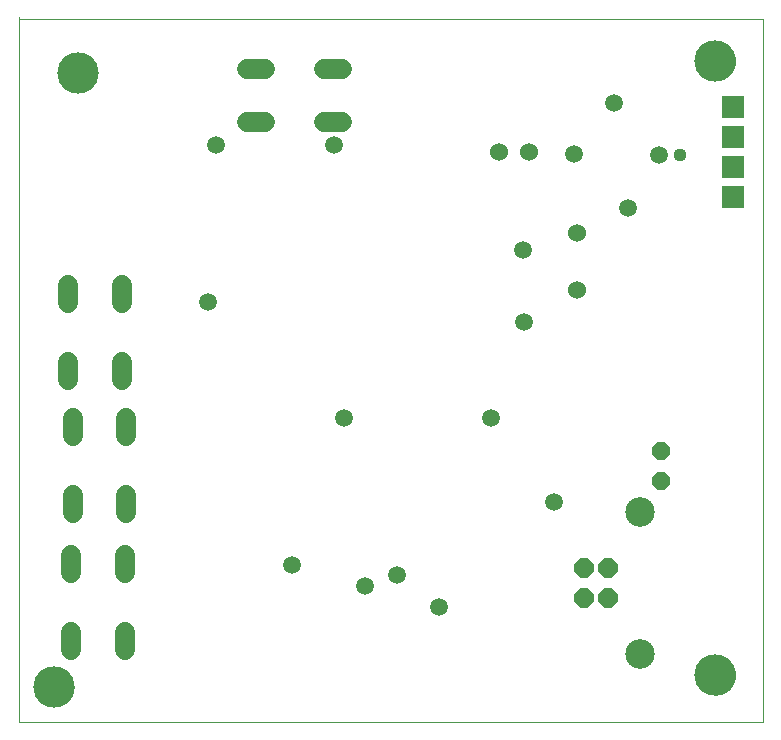
<source format=gbr>
G04 EAGLE Gerber RS-274X export*
G75*
%MOMM*%
%FSLAX34Y34*%
%LPD*%
%INSoldermask Bottom*%
%IPPOS*%
%AMOC8*
5,1,8,0,0,1.08239X$1,22.5*%
G01*
%ADD10C,0.000000*%
%ADD11C,3.503200*%
%ADD12C,1.727200*%
%ADD13P,1.649562X8X292.500000*%
%ADD14C,1.524000*%
%ADD15P,1.798066X8X112.500000*%
%ADD16C,2.503200*%
%ADD17R,1.908300X1.908300*%
%ADD18C,1.503200*%
%ADD19C,1.109600*%


D10*
X0Y0D02*
X629920Y0D01*
X0Y595630D02*
X0Y596900D01*
X33500Y550000D02*
X33505Y550405D01*
X33520Y550810D01*
X33545Y551214D01*
X33579Y551617D01*
X33624Y552020D01*
X33679Y552421D01*
X33743Y552821D01*
X33817Y553219D01*
X33901Y553615D01*
X33994Y554009D01*
X34098Y554401D01*
X34210Y554790D01*
X34333Y555176D01*
X34465Y555559D01*
X34606Y555938D01*
X34756Y556314D01*
X34916Y556686D01*
X35084Y557055D01*
X35262Y557419D01*
X35448Y557778D01*
X35644Y558133D01*
X35847Y558483D01*
X36060Y558827D01*
X36281Y559167D01*
X36510Y559501D01*
X36747Y559829D01*
X36992Y560151D01*
X37245Y560467D01*
X37506Y560777D01*
X37774Y561081D01*
X38050Y561377D01*
X38333Y561667D01*
X38623Y561950D01*
X38919Y562226D01*
X39223Y562494D01*
X39533Y562755D01*
X39849Y563008D01*
X40171Y563253D01*
X40499Y563490D01*
X40833Y563719D01*
X41173Y563940D01*
X41517Y564153D01*
X41867Y564356D01*
X42222Y564552D01*
X42581Y564738D01*
X42945Y564916D01*
X43314Y565084D01*
X43686Y565244D01*
X44062Y565394D01*
X44441Y565535D01*
X44824Y565667D01*
X45210Y565790D01*
X45599Y565902D01*
X45991Y566006D01*
X46385Y566099D01*
X46781Y566183D01*
X47179Y566257D01*
X47579Y566321D01*
X47980Y566376D01*
X48383Y566421D01*
X48786Y566455D01*
X49190Y566480D01*
X49595Y566495D01*
X50000Y566500D01*
X50405Y566495D01*
X50810Y566480D01*
X51214Y566455D01*
X51617Y566421D01*
X52020Y566376D01*
X52421Y566321D01*
X52821Y566257D01*
X53219Y566183D01*
X53615Y566099D01*
X54009Y566006D01*
X54401Y565902D01*
X54790Y565790D01*
X55176Y565667D01*
X55559Y565535D01*
X55938Y565394D01*
X56314Y565244D01*
X56686Y565084D01*
X57055Y564916D01*
X57419Y564738D01*
X57778Y564552D01*
X58133Y564356D01*
X58483Y564153D01*
X58827Y563940D01*
X59167Y563719D01*
X59501Y563490D01*
X59829Y563253D01*
X60151Y563008D01*
X60467Y562755D01*
X60777Y562494D01*
X61081Y562226D01*
X61377Y561950D01*
X61667Y561667D01*
X61950Y561377D01*
X62226Y561081D01*
X62494Y560777D01*
X62755Y560467D01*
X63008Y560151D01*
X63253Y559829D01*
X63490Y559501D01*
X63719Y559167D01*
X63940Y558827D01*
X64153Y558483D01*
X64356Y558133D01*
X64552Y557778D01*
X64738Y557419D01*
X64916Y557055D01*
X65084Y556686D01*
X65244Y556314D01*
X65394Y555938D01*
X65535Y555559D01*
X65667Y555176D01*
X65790Y554790D01*
X65902Y554401D01*
X66006Y554009D01*
X66099Y553615D01*
X66183Y553219D01*
X66257Y552821D01*
X66321Y552421D01*
X66376Y552020D01*
X66421Y551617D01*
X66455Y551214D01*
X66480Y550810D01*
X66495Y550405D01*
X66500Y550000D01*
X66495Y549595D01*
X66480Y549190D01*
X66455Y548786D01*
X66421Y548383D01*
X66376Y547980D01*
X66321Y547579D01*
X66257Y547179D01*
X66183Y546781D01*
X66099Y546385D01*
X66006Y545991D01*
X65902Y545599D01*
X65790Y545210D01*
X65667Y544824D01*
X65535Y544441D01*
X65394Y544062D01*
X65244Y543686D01*
X65084Y543314D01*
X64916Y542945D01*
X64738Y542581D01*
X64552Y542222D01*
X64356Y541867D01*
X64153Y541517D01*
X63940Y541173D01*
X63719Y540833D01*
X63490Y540499D01*
X63253Y540171D01*
X63008Y539849D01*
X62755Y539533D01*
X62494Y539223D01*
X62226Y538919D01*
X61950Y538623D01*
X61667Y538333D01*
X61377Y538050D01*
X61081Y537774D01*
X60777Y537506D01*
X60467Y537245D01*
X60151Y536992D01*
X59829Y536747D01*
X59501Y536510D01*
X59167Y536281D01*
X58827Y536060D01*
X58483Y535847D01*
X58133Y535644D01*
X57778Y535448D01*
X57419Y535262D01*
X57055Y535084D01*
X56686Y534916D01*
X56314Y534756D01*
X55938Y534606D01*
X55559Y534465D01*
X55176Y534333D01*
X54790Y534210D01*
X54401Y534098D01*
X54009Y533994D01*
X53615Y533901D01*
X53219Y533817D01*
X52821Y533743D01*
X52421Y533679D01*
X52020Y533624D01*
X51617Y533579D01*
X51214Y533545D01*
X50810Y533520D01*
X50405Y533505D01*
X50000Y533500D01*
X49595Y533505D01*
X49190Y533520D01*
X48786Y533545D01*
X48383Y533579D01*
X47980Y533624D01*
X47579Y533679D01*
X47179Y533743D01*
X46781Y533817D01*
X46385Y533901D01*
X45991Y533994D01*
X45599Y534098D01*
X45210Y534210D01*
X44824Y534333D01*
X44441Y534465D01*
X44062Y534606D01*
X43686Y534756D01*
X43314Y534916D01*
X42945Y535084D01*
X42581Y535262D01*
X42222Y535448D01*
X41867Y535644D01*
X41517Y535847D01*
X41173Y536060D01*
X40833Y536281D01*
X40499Y536510D01*
X40171Y536747D01*
X39849Y536992D01*
X39533Y537245D01*
X39223Y537506D01*
X38919Y537774D01*
X38623Y538050D01*
X38333Y538333D01*
X38050Y538623D01*
X37774Y538919D01*
X37506Y539223D01*
X37245Y539533D01*
X36992Y539849D01*
X36747Y540171D01*
X36510Y540499D01*
X36281Y540833D01*
X36060Y541173D01*
X35847Y541517D01*
X35644Y541867D01*
X35448Y542222D01*
X35262Y542581D01*
X35084Y542945D01*
X34916Y543314D01*
X34756Y543686D01*
X34606Y544062D01*
X34465Y544441D01*
X34333Y544824D01*
X34210Y545210D01*
X34098Y545599D01*
X33994Y545991D01*
X33901Y546385D01*
X33817Y546781D01*
X33743Y547179D01*
X33679Y547579D01*
X33624Y547980D01*
X33579Y548383D01*
X33545Y548786D01*
X33520Y549190D01*
X33505Y549595D01*
X33500Y550000D01*
D11*
X50000Y550000D03*
D10*
X573500Y40000D02*
X573505Y40405D01*
X573520Y40810D01*
X573545Y41214D01*
X573579Y41617D01*
X573624Y42020D01*
X573679Y42421D01*
X573743Y42821D01*
X573817Y43219D01*
X573901Y43615D01*
X573994Y44009D01*
X574098Y44401D01*
X574210Y44790D01*
X574333Y45176D01*
X574465Y45559D01*
X574606Y45938D01*
X574756Y46314D01*
X574916Y46686D01*
X575084Y47055D01*
X575262Y47419D01*
X575448Y47778D01*
X575644Y48133D01*
X575847Y48483D01*
X576060Y48827D01*
X576281Y49167D01*
X576510Y49501D01*
X576747Y49829D01*
X576992Y50151D01*
X577245Y50467D01*
X577506Y50777D01*
X577774Y51081D01*
X578050Y51377D01*
X578333Y51667D01*
X578623Y51950D01*
X578919Y52226D01*
X579223Y52494D01*
X579533Y52755D01*
X579849Y53008D01*
X580171Y53253D01*
X580499Y53490D01*
X580833Y53719D01*
X581173Y53940D01*
X581517Y54153D01*
X581867Y54356D01*
X582222Y54552D01*
X582581Y54738D01*
X582945Y54916D01*
X583314Y55084D01*
X583686Y55244D01*
X584062Y55394D01*
X584441Y55535D01*
X584824Y55667D01*
X585210Y55790D01*
X585599Y55902D01*
X585991Y56006D01*
X586385Y56099D01*
X586781Y56183D01*
X587179Y56257D01*
X587579Y56321D01*
X587980Y56376D01*
X588383Y56421D01*
X588786Y56455D01*
X589190Y56480D01*
X589595Y56495D01*
X590000Y56500D01*
X590405Y56495D01*
X590810Y56480D01*
X591214Y56455D01*
X591617Y56421D01*
X592020Y56376D01*
X592421Y56321D01*
X592821Y56257D01*
X593219Y56183D01*
X593615Y56099D01*
X594009Y56006D01*
X594401Y55902D01*
X594790Y55790D01*
X595176Y55667D01*
X595559Y55535D01*
X595938Y55394D01*
X596314Y55244D01*
X596686Y55084D01*
X597055Y54916D01*
X597419Y54738D01*
X597778Y54552D01*
X598133Y54356D01*
X598483Y54153D01*
X598827Y53940D01*
X599167Y53719D01*
X599501Y53490D01*
X599829Y53253D01*
X600151Y53008D01*
X600467Y52755D01*
X600777Y52494D01*
X601081Y52226D01*
X601377Y51950D01*
X601667Y51667D01*
X601950Y51377D01*
X602226Y51081D01*
X602494Y50777D01*
X602755Y50467D01*
X603008Y50151D01*
X603253Y49829D01*
X603490Y49501D01*
X603719Y49167D01*
X603940Y48827D01*
X604153Y48483D01*
X604356Y48133D01*
X604552Y47778D01*
X604738Y47419D01*
X604916Y47055D01*
X605084Y46686D01*
X605244Y46314D01*
X605394Y45938D01*
X605535Y45559D01*
X605667Y45176D01*
X605790Y44790D01*
X605902Y44401D01*
X606006Y44009D01*
X606099Y43615D01*
X606183Y43219D01*
X606257Y42821D01*
X606321Y42421D01*
X606376Y42020D01*
X606421Y41617D01*
X606455Y41214D01*
X606480Y40810D01*
X606495Y40405D01*
X606500Y40000D01*
X606495Y39595D01*
X606480Y39190D01*
X606455Y38786D01*
X606421Y38383D01*
X606376Y37980D01*
X606321Y37579D01*
X606257Y37179D01*
X606183Y36781D01*
X606099Y36385D01*
X606006Y35991D01*
X605902Y35599D01*
X605790Y35210D01*
X605667Y34824D01*
X605535Y34441D01*
X605394Y34062D01*
X605244Y33686D01*
X605084Y33314D01*
X604916Y32945D01*
X604738Y32581D01*
X604552Y32222D01*
X604356Y31867D01*
X604153Y31517D01*
X603940Y31173D01*
X603719Y30833D01*
X603490Y30499D01*
X603253Y30171D01*
X603008Y29849D01*
X602755Y29533D01*
X602494Y29223D01*
X602226Y28919D01*
X601950Y28623D01*
X601667Y28333D01*
X601377Y28050D01*
X601081Y27774D01*
X600777Y27506D01*
X600467Y27245D01*
X600151Y26992D01*
X599829Y26747D01*
X599501Y26510D01*
X599167Y26281D01*
X598827Y26060D01*
X598483Y25847D01*
X598133Y25644D01*
X597778Y25448D01*
X597419Y25262D01*
X597055Y25084D01*
X596686Y24916D01*
X596314Y24756D01*
X595938Y24606D01*
X595559Y24465D01*
X595176Y24333D01*
X594790Y24210D01*
X594401Y24098D01*
X594009Y23994D01*
X593615Y23901D01*
X593219Y23817D01*
X592821Y23743D01*
X592421Y23679D01*
X592020Y23624D01*
X591617Y23579D01*
X591214Y23545D01*
X590810Y23520D01*
X590405Y23505D01*
X590000Y23500D01*
X589595Y23505D01*
X589190Y23520D01*
X588786Y23545D01*
X588383Y23579D01*
X587980Y23624D01*
X587579Y23679D01*
X587179Y23743D01*
X586781Y23817D01*
X586385Y23901D01*
X585991Y23994D01*
X585599Y24098D01*
X585210Y24210D01*
X584824Y24333D01*
X584441Y24465D01*
X584062Y24606D01*
X583686Y24756D01*
X583314Y24916D01*
X582945Y25084D01*
X582581Y25262D01*
X582222Y25448D01*
X581867Y25644D01*
X581517Y25847D01*
X581173Y26060D01*
X580833Y26281D01*
X580499Y26510D01*
X580171Y26747D01*
X579849Y26992D01*
X579533Y27245D01*
X579223Y27506D01*
X578919Y27774D01*
X578623Y28050D01*
X578333Y28333D01*
X578050Y28623D01*
X577774Y28919D01*
X577506Y29223D01*
X577245Y29533D01*
X576992Y29849D01*
X576747Y30171D01*
X576510Y30499D01*
X576281Y30833D01*
X576060Y31173D01*
X575847Y31517D01*
X575644Y31867D01*
X575448Y32222D01*
X575262Y32581D01*
X575084Y32945D01*
X574916Y33314D01*
X574756Y33686D01*
X574606Y34062D01*
X574465Y34441D01*
X574333Y34824D01*
X574210Y35210D01*
X574098Y35599D01*
X573994Y35991D01*
X573901Y36385D01*
X573817Y36781D01*
X573743Y37179D01*
X573679Y37579D01*
X573624Y37980D01*
X573579Y38383D01*
X573545Y38786D01*
X573520Y39190D01*
X573505Y39595D01*
X573500Y40000D01*
D11*
X590000Y40000D03*
D10*
X573500Y560000D02*
X573505Y560405D01*
X573520Y560810D01*
X573545Y561214D01*
X573579Y561617D01*
X573624Y562020D01*
X573679Y562421D01*
X573743Y562821D01*
X573817Y563219D01*
X573901Y563615D01*
X573994Y564009D01*
X574098Y564401D01*
X574210Y564790D01*
X574333Y565176D01*
X574465Y565559D01*
X574606Y565938D01*
X574756Y566314D01*
X574916Y566686D01*
X575084Y567055D01*
X575262Y567419D01*
X575448Y567778D01*
X575644Y568133D01*
X575847Y568483D01*
X576060Y568827D01*
X576281Y569167D01*
X576510Y569501D01*
X576747Y569829D01*
X576992Y570151D01*
X577245Y570467D01*
X577506Y570777D01*
X577774Y571081D01*
X578050Y571377D01*
X578333Y571667D01*
X578623Y571950D01*
X578919Y572226D01*
X579223Y572494D01*
X579533Y572755D01*
X579849Y573008D01*
X580171Y573253D01*
X580499Y573490D01*
X580833Y573719D01*
X581173Y573940D01*
X581517Y574153D01*
X581867Y574356D01*
X582222Y574552D01*
X582581Y574738D01*
X582945Y574916D01*
X583314Y575084D01*
X583686Y575244D01*
X584062Y575394D01*
X584441Y575535D01*
X584824Y575667D01*
X585210Y575790D01*
X585599Y575902D01*
X585991Y576006D01*
X586385Y576099D01*
X586781Y576183D01*
X587179Y576257D01*
X587579Y576321D01*
X587980Y576376D01*
X588383Y576421D01*
X588786Y576455D01*
X589190Y576480D01*
X589595Y576495D01*
X590000Y576500D01*
X590405Y576495D01*
X590810Y576480D01*
X591214Y576455D01*
X591617Y576421D01*
X592020Y576376D01*
X592421Y576321D01*
X592821Y576257D01*
X593219Y576183D01*
X593615Y576099D01*
X594009Y576006D01*
X594401Y575902D01*
X594790Y575790D01*
X595176Y575667D01*
X595559Y575535D01*
X595938Y575394D01*
X596314Y575244D01*
X596686Y575084D01*
X597055Y574916D01*
X597419Y574738D01*
X597778Y574552D01*
X598133Y574356D01*
X598483Y574153D01*
X598827Y573940D01*
X599167Y573719D01*
X599501Y573490D01*
X599829Y573253D01*
X600151Y573008D01*
X600467Y572755D01*
X600777Y572494D01*
X601081Y572226D01*
X601377Y571950D01*
X601667Y571667D01*
X601950Y571377D01*
X602226Y571081D01*
X602494Y570777D01*
X602755Y570467D01*
X603008Y570151D01*
X603253Y569829D01*
X603490Y569501D01*
X603719Y569167D01*
X603940Y568827D01*
X604153Y568483D01*
X604356Y568133D01*
X604552Y567778D01*
X604738Y567419D01*
X604916Y567055D01*
X605084Y566686D01*
X605244Y566314D01*
X605394Y565938D01*
X605535Y565559D01*
X605667Y565176D01*
X605790Y564790D01*
X605902Y564401D01*
X606006Y564009D01*
X606099Y563615D01*
X606183Y563219D01*
X606257Y562821D01*
X606321Y562421D01*
X606376Y562020D01*
X606421Y561617D01*
X606455Y561214D01*
X606480Y560810D01*
X606495Y560405D01*
X606500Y560000D01*
X606495Y559595D01*
X606480Y559190D01*
X606455Y558786D01*
X606421Y558383D01*
X606376Y557980D01*
X606321Y557579D01*
X606257Y557179D01*
X606183Y556781D01*
X606099Y556385D01*
X606006Y555991D01*
X605902Y555599D01*
X605790Y555210D01*
X605667Y554824D01*
X605535Y554441D01*
X605394Y554062D01*
X605244Y553686D01*
X605084Y553314D01*
X604916Y552945D01*
X604738Y552581D01*
X604552Y552222D01*
X604356Y551867D01*
X604153Y551517D01*
X603940Y551173D01*
X603719Y550833D01*
X603490Y550499D01*
X603253Y550171D01*
X603008Y549849D01*
X602755Y549533D01*
X602494Y549223D01*
X602226Y548919D01*
X601950Y548623D01*
X601667Y548333D01*
X601377Y548050D01*
X601081Y547774D01*
X600777Y547506D01*
X600467Y547245D01*
X600151Y546992D01*
X599829Y546747D01*
X599501Y546510D01*
X599167Y546281D01*
X598827Y546060D01*
X598483Y545847D01*
X598133Y545644D01*
X597778Y545448D01*
X597419Y545262D01*
X597055Y545084D01*
X596686Y544916D01*
X596314Y544756D01*
X595938Y544606D01*
X595559Y544465D01*
X595176Y544333D01*
X594790Y544210D01*
X594401Y544098D01*
X594009Y543994D01*
X593615Y543901D01*
X593219Y543817D01*
X592821Y543743D01*
X592421Y543679D01*
X592020Y543624D01*
X591617Y543579D01*
X591214Y543545D01*
X590810Y543520D01*
X590405Y543505D01*
X590000Y543500D01*
X589595Y543505D01*
X589190Y543520D01*
X588786Y543545D01*
X588383Y543579D01*
X587980Y543624D01*
X587579Y543679D01*
X587179Y543743D01*
X586781Y543817D01*
X586385Y543901D01*
X585991Y543994D01*
X585599Y544098D01*
X585210Y544210D01*
X584824Y544333D01*
X584441Y544465D01*
X584062Y544606D01*
X583686Y544756D01*
X583314Y544916D01*
X582945Y545084D01*
X582581Y545262D01*
X582222Y545448D01*
X581867Y545644D01*
X581517Y545847D01*
X581173Y546060D01*
X580833Y546281D01*
X580499Y546510D01*
X580171Y546747D01*
X579849Y546992D01*
X579533Y547245D01*
X579223Y547506D01*
X578919Y547774D01*
X578623Y548050D01*
X578333Y548333D01*
X578050Y548623D01*
X577774Y548919D01*
X577506Y549223D01*
X577245Y549533D01*
X576992Y549849D01*
X576747Y550171D01*
X576510Y550499D01*
X576281Y550833D01*
X576060Y551173D01*
X575847Y551517D01*
X575644Y551867D01*
X575448Y552222D01*
X575262Y552581D01*
X575084Y552945D01*
X574916Y553314D01*
X574756Y553686D01*
X574606Y554062D01*
X574465Y554441D01*
X574333Y554824D01*
X574210Y555210D01*
X574098Y555599D01*
X573994Y555991D01*
X573901Y556385D01*
X573817Y556781D01*
X573743Y557179D01*
X573679Y557579D01*
X573624Y557980D01*
X573579Y558383D01*
X573545Y558786D01*
X573520Y559190D01*
X573505Y559595D01*
X573500Y560000D01*
D11*
X590000Y560000D03*
D10*
X13500Y30000D02*
X13505Y30405D01*
X13520Y30810D01*
X13545Y31214D01*
X13579Y31617D01*
X13624Y32020D01*
X13679Y32421D01*
X13743Y32821D01*
X13817Y33219D01*
X13901Y33615D01*
X13994Y34009D01*
X14098Y34401D01*
X14210Y34790D01*
X14333Y35176D01*
X14465Y35559D01*
X14606Y35938D01*
X14756Y36314D01*
X14916Y36686D01*
X15084Y37055D01*
X15262Y37419D01*
X15448Y37778D01*
X15644Y38133D01*
X15847Y38483D01*
X16060Y38827D01*
X16281Y39167D01*
X16510Y39501D01*
X16747Y39829D01*
X16992Y40151D01*
X17245Y40467D01*
X17506Y40777D01*
X17774Y41081D01*
X18050Y41377D01*
X18333Y41667D01*
X18623Y41950D01*
X18919Y42226D01*
X19223Y42494D01*
X19533Y42755D01*
X19849Y43008D01*
X20171Y43253D01*
X20499Y43490D01*
X20833Y43719D01*
X21173Y43940D01*
X21517Y44153D01*
X21867Y44356D01*
X22222Y44552D01*
X22581Y44738D01*
X22945Y44916D01*
X23314Y45084D01*
X23686Y45244D01*
X24062Y45394D01*
X24441Y45535D01*
X24824Y45667D01*
X25210Y45790D01*
X25599Y45902D01*
X25991Y46006D01*
X26385Y46099D01*
X26781Y46183D01*
X27179Y46257D01*
X27579Y46321D01*
X27980Y46376D01*
X28383Y46421D01*
X28786Y46455D01*
X29190Y46480D01*
X29595Y46495D01*
X30000Y46500D01*
X30405Y46495D01*
X30810Y46480D01*
X31214Y46455D01*
X31617Y46421D01*
X32020Y46376D01*
X32421Y46321D01*
X32821Y46257D01*
X33219Y46183D01*
X33615Y46099D01*
X34009Y46006D01*
X34401Y45902D01*
X34790Y45790D01*
X35176Y45667D01*
X35559Y45535D01*
X35938Y45394D01*
X36314Y45244D01*
X36686Y45084D01*
X37055Y44916D01*
X37419Y44738D01*
X37778Y44552D01*
X38133Y44356D01*
X38483Y44153D01*
X38827Y43940D01*
X39167Y43719D01*
X39501Y43490D01*
X39829Y43253D01*
X40151Y43008D01*
X40467Y42755D01*
X40777Y42494D01*
X41081Y42226D01*
X41377Y41950D01*
X41667Y41667D01*
X41950Y41377D01*
X42226Y41081D01*
X42494Y40777D01*
X42755Y40467D01*
X43008Y40151D01*
X43253Y39829D01*
X43490Y39501D01*
X43719Y39167D01*
X43940Y38827D01*
X44153Y38483D01*
X44356Y38133D01*
X44552Y37778D01*
X44738Y37419D01*
X44916Y37055D01*
X45084Y36686D01*
X45244Y36314D01*
X45394Y35938D01*
X45535Y35559D01*
X45667Y35176D01*
X45790Y34790D01*
X45902Y34401D01*
X46006Y34009D01*
X46099Y33615D01*
X46183Y33219D01*
X46257Y32821D01*
X46321Y32421D01*
X46376Y32020D01*
X46421Y31617D01*
X46455Y31214D01*
X46480Y30810D01*
X46495Y30405D01*
X46500Y30000D01*
X46495Y29595D01*
X46480Y29190D01*
X46455Y28786D01*
X46421Y28383D01*
X46376Y27980D01*
X46321Y27579D01*
X46257Y27179D01*
X46183Y26781D01*
X46099Y26385D01*
X46006Y25991D01*
X45902Y25599D01*
X45790Y25210D01*
X45667Y24824D01*
X45535Y24441D01*
X45394Y24062D01*
X45244Y23686D01*
X45084Y23314D01*
X44916Y22945D01*
X44738Y22581D01*
X44552Y22222D01*
X44356Y21867D01*
X44153Y21517D01*
X43940Y21173D01*
X43719Y20833D01*
X43490Y20499D01*
X43253Y20171D01*
X43008Y19849D01*
X42755Y19533D01*
X42494Y19223D01*
X42226Y18919D01*
X41950Y18623D01*
X41667Y18333D01*
X41377Y18050D01*
X41081Y17774D01*
X40777Y17506D01*
X40467Y17245D01*
X40151Y16992D01*
X39829Y16747D01*
X39501Y16510D01*
X39167Y16281D01*
X38827Y16060D01*
X38483Y15847D01*
X38133Y15644D01*
X37778Y15448D01*
X37419Y15262D01*
X37055Y15084D01*
X36686Y14916D01*
X36314Y14756D01*
X35938Y14606D01*
X35559Y14465D01*
X35176Y14333D01*
X34790Y14210D01*
X34401Y14098D01*
X34009Y13994D01*
X33615Y13901D01*
X33219Y13817D01*
X32821Y13743D01*
X32421Y13679D01*
X32020Y13624D01*
X31617Y13579D01*
X31214Y13545D01*
X30810Y13520D01*
X30405Y13505D01*
X30000Y13500D01*
X29595Y13505D01*
X29190Y13520D01*
X28786Y13545D01*
X28383Y13579D01*
X27980Y13624D01*
X27579Y13679D01*
X27179Y13743D01*
X26781Y13817D01*
X26385Y13901D01*
X25991Y13994D01*
X25599Y14098D01*
X25210Y14210D01*
X24824Y14333D01*
X24441Y14465D01*
X24062Y14606D01*
X23686Y14756D01*
X23314Y14916D01*
X22945Y15084D01*
X22581Y15262D01*
X22222Y15448D01*
X21867Y15644D01*
X21517Y15847D01*
X21173Y16060D01*
X20833Y16281D01*
X20499Y16510D01*
X20171Y16747D01*
X19849Y16992D01*
X19533Y17245D01*
X19223Y17506D01*
X18919Y17774D01*
X18623Y18050D01*
X18333Y18333D01*
X18050Y18623D01*
X17774Y18919D01*
X17506Y19223D01*
X17245Y19533D01*
X16992Y19849D01*
X16747Y20171D01*
X16510Y20499D01*
X16281Y20833D01*
X16060Y21173D01*
X15847Y21517D01*
X15644Y21867D01*
X15448Y22222D01*
X15262Y22581D01*
X15084Y22945D01*
X14916Y23314D01*
X14756Y23686D01*
X14606Y24062D01*
X14465Y24441D01*
X14333Y24824D01*
X14210Y25210D01*
X14098Y25599D01*
X13994Y25991D01*
X13901Y26385D01*
X13817Y26781D01*
X13743Y27179D01*
X13679Y27579D01*
X13624Y27980D01*
X13579Y28383D01*
X13545Y28786D01*
X13520Y29190D01*
X13505Y29595D01*
X13500Y30000D01*
D11*
X30000Y30000D03*
D10*
X0Y0D02*
X0Y595630D01*
X629920Y595630D01*
X629920Y0D01*
D12*
X89916Y126492D02*
X89916Y141732D01*
X44704Y141732D02*
X44704Y126492D01*
X89916Y76708D02*
X89916Y61468D01*
X44704Y61468D02*
X44704Y76708D01*
D13*
X543560Y229870D03*
X543560Y204470D03*
D14*
X472440Y365760D03*
X472440Y414020D03*
X406400Y482600D03*
X431800Y482600D03*
D12*
X273812Y508254D02*
X258572Y508254D01*
X258572Y553466D02*
X273812Y553466D01*
X208788Y508254D02*
X193548Y508254D01*
X193548Y553466D02*
X208788Y553466D01*
X87376Y370332D02*
X87376Y355092D01*
X42164Y355092D02*
X42164Y370332D01*
X87376Y305308D02*
X87376Y290068D01*
X42164Y290068D02*
X42164Y305308D01*
X91186Y257302D02*
X91186Y242062D01*
X45974Y242062D02*
X45974Y257302D01*
X91186Y192278D02*
X91186Y177038D01*
X45974Y177038D02*
X45974Y192278D01*
D15*
X478680Y130610D03*
X478680Y105610D03*
X498680Y105610D03*
X498680Y130610D03*
D10*
X514280Y57910D02*
X514283Y58192D01*
X514294Y58474D01*
X514311Y58756D01*
X514335Y59037D01*
X514366Y59318D01*
X514404Y59597D01*
X514449Y59876D01*
X514501Y60154D01*
X514559Y60430D01*
X514625Y60704D01*
X514697Y60977D01*
X514775Y61248D01*
X514860Y61517D01*
X514952Y61784D01*
X515051Y62049D01*
X515155Y62311D01*
X515267Y62570D01*
X515384Y62827D01*
X515508Y63081D01*
X515638Y63331D01*
X515774Y63578D01*
X515916Y63822D01*
X516064Y64062D01*
X516218Y64299D01*
X516378Y64532D01*
X516543Y64761D01*
X516714Y64985D01*
X516890Y65206D01*
X517072Y65421D01*
X517259Y65633D01*
X517451Y65840D01*
X517648Y66042D01*
X517850Y66239D01*
X518057Y66431D01*
X518269Y66618D01*
X518484Y66800D01*
X518705Y66976D01*
X518929Y67147D01*
X519158Y67312D01*
X519391Y67472D01*
X519628Y67626D01*
X519868Y67774D01*
X520112Y67916D01*
X520359Y68052D01*
X520609Y68182D01*
X520863Y68306D01*
X521120Y68423D01*
X521379Y68535D01*
X521641Y68639D01*
X521906Y68738D01*
X522173Y68830D01*
X522442Y68915D01*
X522713Y68993D01*
X522986Y69065D01*
X523260Y69131D01*
X523536Y69189D01*
X523814Y69241D01*
X524093Y69286D01*
X524372Y69324D01*
X524653Y69355D01*
X524934Y69379D01*
X525216Y69396D01*
X525498Y69407D01*
X525780Y69410D01*
X526062Y69407D01*
X526344Y69396D01*
X526626Y69379D01*
X526907Y69355D01*
X527188Y69324D01*
X527467Y69286D01*
X527746Y69241D01*
X528024Y69189D01*
X528300Y69131D01*
X528574Y69065D01*
X528847Y68993D01*
X529118Y68915D01*
X529387Y68830D01*
X529654Y68738D01*
X529919Y68639D01*
X530181Y68535D01*
X530440Y68423D01*
X530697Y68306D01*
X530951Y68182D01*
X531201Y68052D01*
X531448Y67916D01*
X531692Y67774D01*
X531932Y67626D01*
X532169Y67472D01*
X532402Y67312D01*
X532631Y67147D01*
X532855Y66976D01*
X533076Y66800D01*
X533291Y66618D01*
X533503Y66431D01*
X533710Y66239D01*
X533912Y66042D01*
X534109Y65840D01*
X534301Y65633D01*
X534488Y65421D01*
X534670Y65206D01*
X534846Y64985D01*
X535017Y64761D01*
X535182Y64532D01*
X535342Y64299D01*
X535496Y64062D01*
X535644Y63822D01*
X535786Y63578D01*
X535922Y63331D01*
X536052Y63081D01*
X536176Y62827D01*
X536293Y62570D01*
X536405Y62311D01*
X536509Y62049D01*
X536608Y61784D01*
X536700Y61517D01*
X536785Y61248D01*
X536863Y60977D01*
X536935Y60704D01*
X537001Y60430D01*
X537059Y60154D01*
X537111Y59876D01*
X537156Y59597D01*
X537194Y59318D01*
X537225Y59037D01*
X537249Y58756D01*
X537266Y58474D01*
X537277Y58192D01*
X537280Y57910D01*
X537277Y57628D01*
X537266Y57346D01*
X537249Y57064D01*
X537225Y56783D01*
X537194Y56502D01*
X537156Y56223D01*
X537111Y55944D01*
X537059Y55666D01*
X537001Y55390D01*
X536935Y55116D01*
X536863Y54843D01*
X536785Y54572D01*
X536700Y54303D01*
X536608Y54036D01*
X536509Y53771D01*
X536405Y53509D01*
X536293Y53250D01*
X536176Y52993D01*
X536052Y52739D01*
X535922Y52489D01*
X535786Y52242D01*
X535644Y51998D01*
X535496Y51758D01*
X535342Y51521D01*
X535182Y51288D01*
X535017Y51059D01*
X534846Y50835D01*
X534670Y50614D01*
X534488Y50399D01*
X534301Y50187D01*
X534109Y49980D01*
X533912Y49778D01*
X533710Y49581D01*
X533503Y49389D01*
X533291Y49202D01*
X533076Y49020D01*
X532855Y48844D01*
X532631Y48673D01*
X532402Y48508D01*
X532169Y48348D01*
X531932Y48194D01*
X531692Y48046D01*
X531448Y47904D01*
X531201Y47768D01*
X530951Y47638D01*
X530697Y47514D01*
X530440Y47397D01*
X530181Y47285D01*
X529919Y47181D01*
X529654Y47082D01*
X529387Y46990D01*
X529118Y46905D01*
X528847Y46827D01*
X528574Y46755D01*
X528300Y46689D01*
X528024Y46631D01*
X527746Y46579D01*
X527467Y46534D01*
X527188Y46496D01*
X526907Y46465D01*
X526626Y46441D01*
X526344Y46424D01*
X526062Y46413D01*
X525780Y46410D01*
X525498Y46413D01*
X525216Y46424D01*
X524934Y46441D01*
X524653Y46465D01*
X524372Y46496D01*
X524093Y46534D01*
X523814Y46579D01*
X523536Y46631D01*
X523260Y46689D01*
X522986Y46755D01*
X522713Y46827D01*
X522442Y46905D01*
X522173Y46990D01*
X521906Y47082D01*
X521641Y47181D01*
X521379Y47285D01*
X521120Y47397D01*
X520863Y47514D01*
X520609Y47638D01*
X520359Y47768D01*
X520112Y47904D01*
X519868Y48046D01*
X519628Y48194D01*
X519391Y48348D01*
X519158Y48508D01*
X518929Y48673D01*
X518705Y48844D01*
X518484Y49020D01*
X518269Y49202D01*
X518057Y49389D01*
X517850Y49581D01*
X517648Y49778D01*
X517451Y49980D01*
X517259Y50187D01*
X517072Y50399D01*
X516890Y50614D01*
X516714Y50835D01*
X516543Y51059D01*
X516378Y51288D01*
X516218Y51521D01*
X516064Y51758D01*
X515916Y51998D01*
X515774Y52242D01*
X515638Y52489D01*
X515508Y52739D01*
X515384Y52993D01*
X515267Y53250D01*
X515155Y53509D01*
X515051Y53771D01*
X514952Y54036D01*
X514860Y54303D01*
X514775Y54572D01*
X514697Y54843D01*
X514625Y55116D01*
X514559Y55390D01*
X514501Y55666D01*
X514449Y55944D01*
X514404Y56223D01*
X514366Y56502D01*
X514335Y56783D01*
X514311Y57064D01*
X514294Y57346D01*
X514283Y57628D01*
X514280Y57910D01*
D16*
X525780Y57910D03*
D10*
X514280Y178310D02*
X514283Y178592D01*
X514294Y178874D01*
X514311Y179156D01*
X514335Y179437D01*
X514366Y179718D01*
X514404Y179997D01*
X514449Y180276D01*
X514501Y180554D01*
X514559Y180830D01*
X514625Y181104D01*
X514697Y181377D01*
X514775Y181648D01*
X514860Y181917D01*
X514952Y182184D01*
X515051Y182449D01*
X515155Y182711D01*
X515267Y182970D01*
X515384Y183227D01*
X515508Y183481D01*
X515638Y183731D01*
X515774Y183978D01*
X515916Y184222D01*
X516064Y184462D01*
X516218Y184699D01*
X516378Y184932D01*
X516543Y185161D01*
X516714Y185385D01*
X516890Y185606D01*
X517072Y185821D01*
X517259Y186033D01*
X517451Y186240D01*
X517648Y186442D01*
X517850Y186639D01*
X518057Y186831D01*
X518269Y187018D01*
X518484Y187200D01*
X518705Y187376D01*
X518929Y187547D01*
X519158Y187712D01*
X519391Y187872D01*
X519628Y188026D01*
X519868Y188174D01*
X520112Y188316D01*
X520359Y188452D01*
X520609Y188582D01*
X520863Y188706D01*
X521120Y188823D01*
X521379Y188935D01*
X521641Y189039D01*
X521906Y189138D01*
X522173Y189230D01*
X522442Y189315D01*
X522713Y189393D01*
X522986Y189465D01*
X523260Y189531D01*
X523536Y189589D01*
X523814Y189641D01*
X524093Y189686D01*
X524372Y189724D01*
X524653Y189755D01*
X524934Y189779D01*
X525216Y189796D01*
X525498Y189807D01*
X525780Y189810D01*
X526062Y189807D01*
X526344Y189796D01*
X526626Y189779D01*
X526907Y189755D01*
X527188Y189724D01*
X527467Y189686D01*
X527746Y189641D01*
X528024Y189589D01*
X528300Y189531D01*
X528574Y189465D01*
X528847Y189393D01*
X529118Y189315D01*
X529387Y189230D01*
X529654Y189138D01*
X529919Y189039D01*
X530181Y188935D01*
X530440Y188823D01*
X530697Y188706D01*
X530951Y188582D01*
X531201Y188452D01*
X531448Y188316D01*
X531692Y188174D01*
X531932Y188026D01*
X532169Y187872D01*
X532402Y187712D01*
X532631Y187547D01*
X532855Y187376D01*
X533076Y187200D01*
X533291Y187018D01*
X533503Y186831D01*
X533710Y186639D01*
X533912Y186442D01*
X534109Y186240D01*
X534301Y186033D01*
X534488Y185821D01*
X534670Y185606D01*
X534846Y185385D01*
X535017Y185161D01*
X535182Y184932D01*
X535342Y184699D01*
X535496Y184462D01*
X535644Y184222D01*
X535786Y183978D01*
X535922Y183731D01*
X536052Y183481D01*
X536176Y183227D01*
X536293Y182970D01*
X536405Y182711D01*
X536509Y182449D01*
X536608Y182184D01*
X536700Y181917D01*
X536785Y181648D01*
X536863Y181377D01*
X536935Y181104D01*
X537001Y180830D01*
X537059Y180554D01*
X537111Y180276D01*
X537156Y179997D01*
X537194Y179718D01*
X537225Y179437D01*
X537249Y179156D01*
X537266Y178874D01*
X537277Y178592D01*
X537280Y178310D01*
X537277Y178028D01*
X537266Y177746D01*
X537249Y177464D01*
X537225Y177183D01*
X537194Y176902D01*
X537156Y176623D01*
X537111Y176344D01*
X537059Y176066D01*
X537001Y175790D01*
X536935Y175516D01*
X536863Y175243D01*
X536785Y174972D01*
X536700Y174703D01*
X536608Y174436D01*
X536509Y174171D01*
X536405Y173909D01*
X536293Y173650D01*
X536176Y173393D01*
X536052Y173139D01*
X535922Y172889D01*
X535786Y172642D01*
X535644Y172398D01*
X535496Y172158D01*
X535342Y171921D01*
X535182Y171688D01*
X535017Y171459D01*
X534846Y171235D01*
X534670Y171014D01*
X534488Y170799D01*
X534301Y170587D01*
X534109Y170380D01*
X533912Y170178D01*
X533710Y169981D01*
X533503Y169789D01*
X533291Y169602D01*
X533076Y169420D01*
X532855Y169244D01*
X532631Y169073D01*
X532402Y168908D01*
X532169Y168748D01*
X531932Y168594D01*
X531692Y168446D01*
X531448Y168304D01*
X531201Y168168D01*
X530951Y168038D01*
X530697Y167914D01*
X530440Y167797D01*
X530181Y167685D01*
X529919Y167581D01*
X529654Y167482D01*
X529387Y167390D01*
X529118Y167305D01*
X528847Y167227D01*
X528574Y167155D01*
X528300Y167089D01*
X528024Y167031D01*
X527746Y166979D01*
X527467Y166934D01*
X527188Y166896D01*
X526907Y166865D01*
X526626Y166841D01*
X526344Y166824D01*
X526062Y166813D01*
X525780Y166810D01*
X525498Y166813D01*
X525216Y166824D01*
X524934Y166841D01*
X524653Y166865D01*
X524372Y166896D01*
X524093Y166934D01*
X523814Y166979D01*
X523536Y167031D01*
X523260Y167089D01*
X522986Y167155D01*
X522713Y167227D01*
X522442Y167305D01*
X522173Y167390D01*
X521906Y167482D01*
X521641Y167581D01*
X521379Y167685D01*
X521120Y167797D01*
X520863Y167914D01*
X520609Y168038D01*
X520359Y168168D01*
X520112Y168304D01*
X519868Y168446D01*
X519628Y168594D01*
X519391Y168748D01*
X519158Y168908D01*
X518929Y169073D01*
X518705Y169244D01*
X518484Y169420D01*
X518269Y169602D01*
X518057Y169789D01*
X517850Y169981D01*
X517648Y170178D01*
X517451Y170380D01*
X517259Y170587D01*
X517072Y170799D01*
X516890Y171014D01*
X516714Y171235D01*
X516543Y171459D01*
X516378Y171688D01*
X516218Y171921D01*
X516064Y172158D01*
X515916Y172398D01*
X515774Y172642D01*
X515638Y172889D01*
X515508Y173139D01*
X515384Y173393D01*
X515267Y173650D01*
X515155Y173909D01*
X515051Y174171D01*
X514952Y174436D01*
X514860Y174703D01*
X514775Y174972D01*
X514697Y175243D01*
X514625Y175516D01*
X514559Y175790D01*
X514501Y176066D01*
X514449Y176344D01*
X514404Y176623D01*
X514366Y176902D01*
X514335Y177183D01*
X514311Y177464D01*
X514294Y177746D01*
X514283Y178028D01*
X514280Y178310D01*
D16*
X525780Y178310D03*
D17*
X604520Y444500D03*
X604520Y469900D03*
X604520Y495300D03*
X604520Y520700D03*
D18*
X426720Y400050D03*
X542290Y480060D03*
X320040Y124460D03*
X160020Y355600D03*
X293370Y115570D03*
X231140Y133350D03*
X167236Y488950D03*
X266700Y488950D03*
X275590Y257810D03*
X515620Y435610D03*
X427994Y339094D03*
D19*
X560070Y480060D03*
D18*
X355600Y97790D03*
X400050Y257810D03*
X453390Y186690D03*
X503782Y524510D03*
X469876Y481354D03*
M02*

</source>
